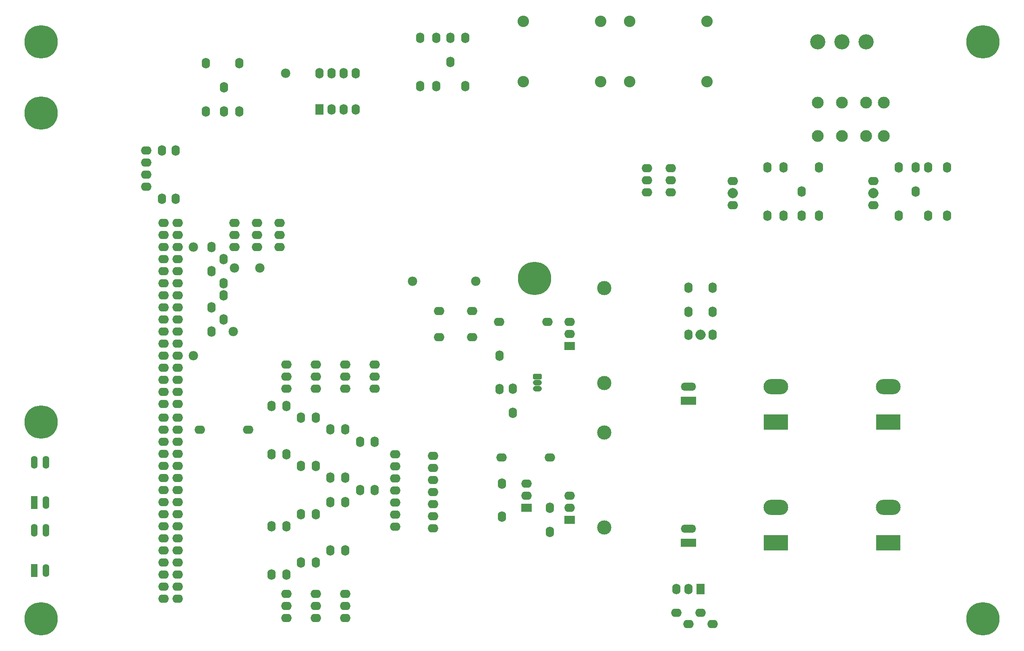
<source format=gbr>
%TF.GenerationSoftware,Altium Limited,Altium Designer,24.10.1 (45)*%
G04 Layer_Color=16711935*
%FSLAX45Y45*%
%MOMM*%
%TF.SameCoordinates,66D1A1B5-90F7-41B0-AF59-7CED98AD6AFD*%
%TF.FilePolarity,Negative*%
%TF.FileFunction,Soldermask,Bot*%
%TF.Part,Single*%
G01*
G75*
%TA.AperFunction,ComponentPad*%
%ADD12C,7.00000*%
%ADD30C,2.41300*%
%ADD39O,2.23520X1.72720*%
%ADD40O,1.40320X2.70320*%
%ADD41R,1.40320X2.70320*%
%ADD42O,1.72720X2.23520*%
%ADD43O,5.20320X3.20320*%
%ADD44R,5.20320X3.20320*%
%ADD45O,2.23520X1.72720*%
%ADD46C,3.00320*%
%ADD47R,2.23520X1.72720*%
%ADD48O,1.87800X1.24300*%
G04:AMPARAMS|DCode=49|XSize=1.243mm|YSize=1.878mm|CornerRadius=0.33575mm|HoleSize=0mm|Usage=FLASHONLY|Rotation=90.000|XOffset=0mm|YOffset=0mm|HoleType=Round|Shape=RoundedRectangle|*
%AMROUNDEDRECTD49*
21,1,1.24300,1.20650,0,0,90.0*
21,1,0.57150,1.87800,0,0,90.0*
1,1,0.67150,0.60325,0.28575*
1,1,0.67150,0.60325,-0.28575*
1,1,0.67150,-0.60325,-0.28575*
1,1,0.67150,-0.60325,0.28575*
%
%ADD49ROUNDEDRECTD49*%
%ADD50R,1.72720X2.23520*%
%ADD51O,1.72720X2.23520*%
%ADD52O,3.20320X1.70320*%
%ADD53R,3.20320X1.70320*%
%ADD54R,1.72720X2.23520*%
%ADD55C,2.48920*%
%ADD56C,3.20320*%
%TA.AperFunction,ViaPad*%
%ADD57C,1.98120*%
D12*
X3200400Y7343379D02*
D03*
Y13845779D02*
D03*
X13572556Y10365666D02*
D03*
X22999699Y3200400D02*
D03*
Y15341600D02*
D03*
X3200400Y3200400D02*
D03*
Y15341600D02*
D03*
D30*
X15574020Y15774515D02*
D03*
X17197021D02*
D03*
Y14504515D02*
D03*
X15574020D02*
D03*
X13337720Y15774515D02*
D03*
X14960719D02*
D03*
Y14504515D02*
D03*
X13337720D02*
D03*
D39*
X15937537Y12680218D02*
D03*
Y12426218D02*
D03*
Y12172218D02*
D03*
X16431815Y12682540D02*
D03*
Y12428540D02*
D03*
Y12174540D02*
D03*
X11438642Y5109899D02*
D03*
Y5363899D02*
D03*
Y5617899D02*
D03*
Y5871899D02*
D03*
Y6125899D02*
D03*
Y6379899D02*
D03*
Y6633899D02*
D03*
X10643550Y6667815D02*
D03*
Y6413815D02*
D03*
Y6159815D02*
D03*
Y5905815D02*
D03*
Y5651815D02*
D03*
Y5397815D02*
D03*
Y5143815D02*
D03*
X5408269Y12295238D02*
D03*
Y12549238D02*
D03*
Y12803238D02*
D03*
Y13057237D02*
D03*
X5775402Y10512582D02*
D03*
Y10258582D02*
D03*
Y10004582D02*
D03*
Y7718582D02*
D03*
Y7972582D02*
D03*
Y8226582D02*
D03*
Y8480582D02*
D03*
Y8734582D02*
D03*
Y8988582D02*
D03*
Y9242582D02*
D03*
Y9496582D02*
D03*
Y9750582D02*
D03*
Y10766582D02*
D03*
Y11020582D02*
D03*
Y11274582D02*
D03*
Y11528582D02*
D03*
X13404482Y6049315D02*
D03*
Y5795315D02*
D03*
X14308334Y5540966D02*
D03*
Y5794966D02*
D03*
Y9195032D02*
D03*
Y9449032D02*
D03*
X6067506Y10512582D02*
D03*
Y10258582D02*
D03*
Y10004582D02*
D03*
Y7718582D02*
D03*
Y7972582D02*
D03*
Y8226582D02*
D03*
Y8480582D02*
D03*
Y8734582D02*
D03*
Y8988582D02*
D03*
Y9242582D02*
D03*
Y9496582D02*
D03*
Y9750582D02*
D03*
Y10766582D02*
D03*
Y11020582D02*
D03*
Y11274582D02*
D03*
Y11528582D02*
D03*
X9593041Y3220892D02*
D03*
Y3474892D02*
D03*
Y3728892D02*
D03*
X8977397Y3220892D02*
D03*
Y3474892D02*
D03*
Y3728892D02*
D03*
X9595062Y8552133D02*
D03*
Y8298133D02*
D03*
Y8044133D02*
D03*
X8971842Y8552133D02*
D03*
Y8298133D02*
D03*
Y8044133D02*
D03*
X10210212Y8552133D02*
D03*
Y8298133D02*
D03*
Y8044133D02*
D03*
X8355927Y8552133D02*
D03*
Y8298133D02*
D03*
Y8044133D02*
D03*
X8356374Y3220892D02*
D03*
Y3474892D02*
D03*
Y3728892D02*
D03*
X6067506Y6415530D02*
D03*
Y6161530D02*
D03*
Y5907530D02*
D03*
Y3621530D02*
D03*
Y3875530D02*
D03*
Y4129530D02*
D03*
Y4383530D02*
D03*
Y4637530D02*
D03*
Y4891530D02*
D03*
Y5145530D02*
D03*
Y5399530D02*
D03*
Y5653530D02*
D03*
Y6669530D02*
D03*
Y6923530D02*
D03*
Y7177530D02*
D03*
Y7431530D02*
D03*
X5775402Y6415530D02*
D03*
Y6161530D02*
D03*
Y5907530D02*
D03*
Y3621530D02*
D03*
Y3875530D02*
D03*
Y4129530D02*
D03*
Y4383530D02*
D03*
Y4637530D02*
D03*
Y4891530D02*
D03*
Y5145530D02*
D03*
Y5399530D02*
D03*
Y5653530D02*
D03*
Y6669530D02*
D03*
Y6923530D02*
D03*
Y7177530D02*
D03*
Y7431530D02*
D03*
X7267541Y11020582D02*
D03*
Y11274582D02*
D03*
Y11528582D02*
D03*
X7741756Y11020582D02*
D03*
Y11274582D02*
D03*
Y11528582D02*
D03*
X8215971Y11020582D02*
D03*
Y11274582D02*
D03*
Y11528582D02*
D03*
X17738507Y12409197D02*
D03*
Y12155197D02*
D03*
Y11901197D02*
D03*
X20697202Y11904197D02*
D03*
Y12158197D02*
D03*
Y12412197D02*
D03*
D40*
X3305692Y5064197D02*
D03*
X3055692D02*
D03*
X3305692Y4214197D02*
D03*
Y6496560D02*
D03*
X3055692D02*
D03*
X3305692Y5646560D02*
D03*
D41*
X3055692Y4214197D02*
D03*
Y5646560D02*
D03*
D42*
X21846936Y11684512D02*
D03*
Y12700512D02*
D03*
X21230452D02*
D03*
Y11684512D02*
D03*
X8047264Y5146629D02*
D03*
Y4130629D02*
D03*
X8356531Y5146629D02*
D03*
Y4130629D02*
D03*
X8665799Y5400986D02*
D03*
Y4384986D02*
D03*
X5740516Y13057237D02*
D03*
Y12041238D02*
D03*
X12886792Y6047986D02*
D03*
Y5347986D02*
D03*
X13895567Y5541653D02*
D03*
Y5033653D02*
D03*
X13113423Y7536646D02*
D03*
Y8044646D02*
D03*
X12840228Y8038880D02*
D03*
Y8738880D02*
D03*
X21582066Y12700512D02*
D03*
Y12192512D02*
D03*
X19554086Y11684512D02*
D03*
Y12700512D02*
D03*
X11802045Y14915463D02*
D03*
Y15423463D02*
D03*
X11504818Y14407463D02*
D03*
Y15423463D02*
D03*
X11166152D02*
D03*
Y14407463D02*
D03*
X12118652Y15423463D02*
D03*
Y14407463D02*
D03*
X9284334Y6170328D02*
D03*
Y7186328D02*
D03*
X9593602Y6170328D02*
D03*
Y7186328D02*
D03*
X8047264Y6664503D02*
D03*
Y7680503D02*
D03*
X8356531Y6664503D02*
D03*
Y7680503D02*
D03*
X9902869Y5907287D02*
D03*
Y6923287D02*
D03*
X10212137Y5907287D02*
D03*
Y6923287D02*
D03*
X8975066Y6415305D02*
D03*
Y7431305D02*
D03*
X8665799Y6415305D02*
D03*
Y7431305D02*
D03*
X9284334Y5655640D02*
D03*
Y4639640D02*
D03*
X9593602Y5655640D02*
D03*
Y4639640D02*
D03*
X8975066Y5400986D02*
D03*
Y4384986D02*
D03*
X9303561Y13924515D02*
D03*
X9557561D02*
D03*
X9811561D02*
D03*
X9049561Y14686514D02*
D03*
X9303561D02*
D03*
X9557561D02*
D03*
X9811561D02*
D03*
X6782512Y11020582D02*
D03*
Y10512582D02*
D03*
X7039352Y10766582D02*
D03*
Y10258582D02*
D03*
Y9496582D02*
D03*
Y10004582D02*
D03*
X6031355Y13057237D02*
D03*
Y12041238D02*
D03*
X6782512Y9242582D02*
D03*
Y9750582D02*
D03*
X17311836Y10170682D02*
D03*
Y9662682D02*
D03*
X16803838Y10170682D02*
D03*
Y9662682D02*
D03*
X18462643Y12700512D02*
D03*
Y11684512D02*
D03*
X17738507Y12155197D02*
D03*
X18807257Y12700512D02*
D03*
Y11684512D02*
D03*
X19182921D02*
D03*
Y12192512D02*
D03*
X22245909Y12700512D02*
D03*
Y11684512D02*
D03*
X20697202Y12158197D02*
D03*
X6668207Y13879539D02*
D03*
Y14895540D02*
D03*
X7366707Y13879539D02*
D03*
Y14895540D02*
D03*
X7049207Y14387540D02*
D03*
Y13879539D02*
D03*
D43*
X18644092Y8088177D02*
D03*
X21006825D02*
D03*
X18644092Y5548729D02*
D03*
X21006825D02*
D03*
D44*
X18644092Y7338177D02*
D03*
X21006825D02*
D03*
X18644092Y4798729D02*
D03*
X21006825D02*
D03*
D45*
X13895787Y6599847D02*
D03*
X12879787D02*
D03*
X12831166Y9449982D02*
D03*
X13847166D02*
D03*
X16803838Y3091032D02*
D03*
X17311836D02*
D03*
X16549837Y3332169D02*
D03*
X17057837D02*
D03*
X12264804Y9679103D02*
D03*
X11564803D02*
D03*
Y9128876D02*
D03*
X12264804D02*
D03*
X6535641Y7177809D02*
D03*
X7551641D02*
D03*
X17057837Y9180919D02*
D03*
D46*
X15035402Y7125233D02*
D03*
Y5125233D02*
D03*
Y10160232D02*
D03*
Y8160232D02*
D03*
D47*
X13404482Y5541315D02*
D03*
X14308334Y5286966D02*
D03*
Y8941032D02*
D03*
D48*
X13633057Y8041791D02*
D03*
Y8168791D02*
D03*
D49*
Y8295791D02*
D03*
D50*
X17057837Y3825681D02*
D03*
D51*
X16803838D02*
D03*
X16549837D02*
D03*
X16803838Y9180919D02*
D03*
X17311836D02*
D03*
X17057837D02*
D03*
D52*
X16803838Y8088177D02*
D03*
Y5098729D02*
D03*
D53*
Y7788177D02*
D03*
Y4798729D02*
D03*
D54*
X9049561Y13924515D02*
D03*
D55*
X20541643Y13364258D02*
D03*
Y14064258D02*
D03*
X20910458D02*
D03*
Y13364258D02*
D03*
X19526642D02*
D03*
Y14064258D02*
D03*
X20032149D02*
D03*
Y13364258D02*
D03*
D56*
X20034143Y15342825D02*
D03*
X20541643D02*
D03*
X19526642D02*
D03*
D57*
X11007793Y10301815D02*
D03*
X12335126D02*
D03*
X7238170Y9246082D02*
D03*
X7267541Y10582991D02*
D03*
X8340446Y14686514D02*
D03*
X6402430Y8734582D02*
D03*
Y11020582D02*
D03*
X7797727Y10582991D02*
D03*
%TF.MD5,0cadbe1bbace67541e73151d6a22303c*%
M02*

</source>
